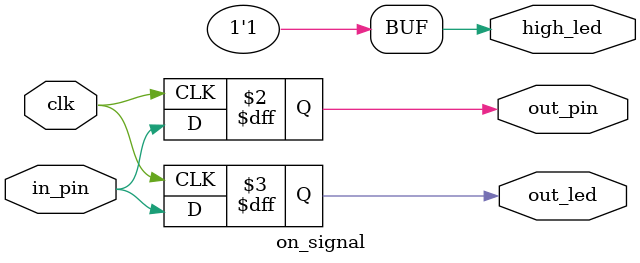
<source format=v>
`timescale 1ns / 1ps
module on_signal(
    input in_pin,
	 input clk,
	 output reg out_pin,
	 output reg out_led,
	 output high_led
    );

	always @(posedge clk) begin
        out_pin <= in_pin;
		  out_led <= in_pin;
   end
	assign high_led =1;
	
endmodule

</source>
